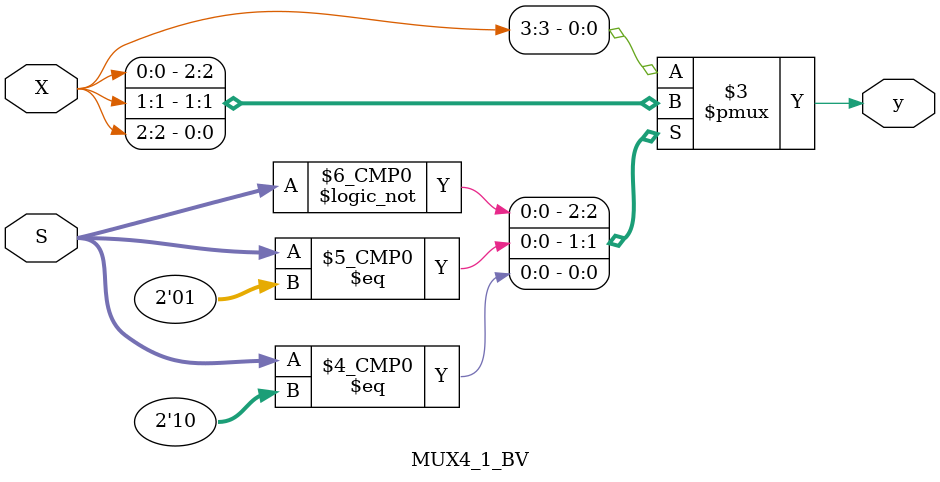
<source format=v>


`timescale 1ns/10ps

module MUX4_1_BV (
    X,
    S,
    y
);
// 4:1 Multiblexerwritten in behvioral "if-elif-else"(case)
// with BitVector inputs
// Input:
//     X(4bitBV):input bit vector; min=0, max=15
//     S(2bitBV):selection bit vector; min=0, max=3
// Output:
//     y(bool): ouput

input [3:0] X;
input [1:0] S;
output y;
reg y;




always @(X, S) begin: MUX4_1_BV_LOGIC
    case (S)
        'h0: begin
            y = X[0];
        end
        'h1: begin
            y = X[1];
        end
        'h2: begin
            y = X[2];
        end
        default: begin
            y = X[3];
        end
    endcase
end

endmodule

</source>
